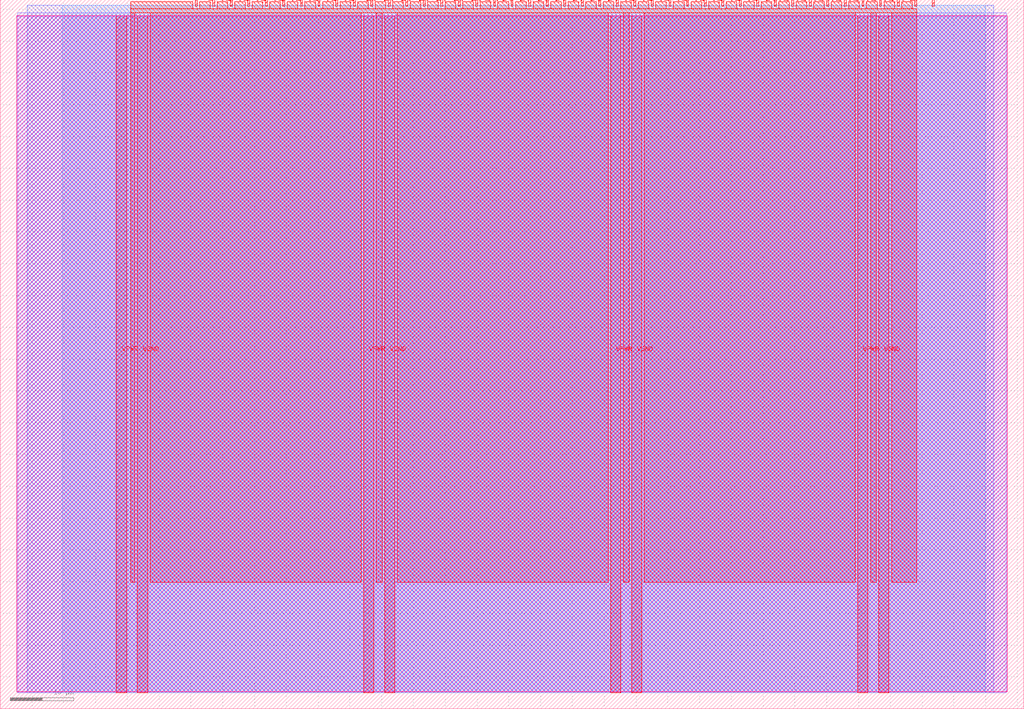
<source format=lef>
VERSION 5.7 ;
  NOWIREEXTENSIONATPIN ON ;
  DIVIDERCHAR "/" ;
  BUSBITCHARS "[]" ;
MACRO tt_um_7FM_ShadyPong
  CLASS BLOCK ;
  FOREIGN tt_um_7FM_ShadyPong ;
  ORIGIN 0.000 0.000 ;
  SIZE 161.000 BY 111.520 ;
  PIN VGND
    DIRECTION INOUT ;
    USE GROUND ;
    PORT
      LAYER met4 ;
        RECT 21.580 2.480 23.180 109.040 ;
    END
    PORT
      LAYER met4 ;
        RECT 60.450 2.480 62.050 109.040 ;
    END
    PORT
      LAYER met4 ;
        RECT 99.320 2.480 100.920 109.040 ;
    END
    PORT
      LAYER met4 ;
        RECT 138.190 2.480 139.790 109.040 ;
    END
  END VGND
  PIN VPWR
    DIRECTION INOUT ;
    USE POWER ;
    PORT
      LAYER met4 ;
        RECT 18.280 2.480 19.880 109.040 ;
    END
    PORT
      LAYER met4 ;
        RECT 57.150 2.480 58.750 109.040 ;
    END
    PORT
      LAYER met4 ;
        RECT 96.020 2.480 97.620 109.040 ;
    END
    PORT
      LAYER met4 ;
        RECT 134.890 2.480 136.490 109.040 ;
    END
  END VPWR
  PIN clk
    DIRECTION INPUT ;
    USE SIGNAL ;
    ANTENNAGATEAREA 0.852000 ;
    PORT
      LAYER met4 ;
        RECT 143.830 110.520 144.130 111.520 ;
    END
  END clk
  PIN ena
    DIRECTION INPUT ;
    USE SIGNAL ;
    PORT
      LAYER met4 ;
        RECT 146.590 110.520 146.890 111.520 ;
    END
  END ena
  PIN rst_n
    DIRECTION INPUT ;
    USE SIGNAL ;
    ANTENNAGATEAREA 0.196500 ;
    PORT
      LAYER met4 ;
        RECT 141.070 110.520 141.370 111.520 ;
    END
  END rst_n
  PIN ui_in[0]
    DIRECTION INPUT ;
    USE SIGNAL ;
    ANTENNAGATEAREA 0.196500 ;
    PORT
      LAYER met4 ;
        RECT 138.310 110.520 138.610 111.520 ;
    END
  END ui_in[0]
  PIN ui_in[1]
    DIRECTION INPUT ;
    USE SIGNAL ;
    ANTENNAGATEAREA 0.196500 ;
    PORT
      LAYER met4 ;
        RECT 135.550 110.520 135.850 111.520 ;
    END
  END ui_in[1]
  PIN ui_in[2]
    DIRECTION INPUT ;
    USE SIGNAL ;
    ANTENNAGATEAREA 0.196500 ;
    PORT
      LAYER met4 ;
        RECT 132.790 110.520 133.090 111.520 ;
    END
  END ui_in[2]
  PIN ui_in[3]
    DIRECTION INPUT ;
    USE SIGNAL ;
    ANTENNAGATEAREA 0.196500 ;
    PORT
      LAYER met4 ;
        RECT 130.030 110.520 130.330 111.520 ;
    END
  END ui_in[3]
  PIN ui_in[4]
    DIRECTION INPUT ;
    USE SIGNAL ;
    PORT
      LAYER met4 ;
        RECT 127.270 110.520 127.570 111.520 ;
    END
  END ui_in[4]
  PIN ui_in[5]
    DIRECTION INPUT ;
    USE SIGNAL ;
    PORT
      LAYER met4 ;
        RECT 124.510 110.520 124.810 111.520 ;
    END
  END ui_in[5]
  PIN ui_in[6]
    DIRECTION INPUT ;
    USE SIGNAL ;
    PORT
      LAYER met4 ;
        RECT 121.750 110.520 122.050 111.520 ;
    END
  END ui_in[6]
  PIN ui_in[7]
    DIRECTION INPUT ;
    USE SIGNAL ;
    PORT
      LAYER met4 ;
        RECT 118.990 110.520 119.290 111.520 ;
    END
  END ui_in[7]
  PIN uio_in[0]
    DIRECTION INPUT ;
    USE SIGNAL ;
    PORT
      LAYER met4 ;
        RECT 116.230 110.520 116.530 111.520 ;
    END
  END uio_in[0]
  PIN uio_in[1]
    DIRECTION INPUT ;
    USE SIGNAL ;
    PORT
      LAYER met4 ;
        RECT 113.470 110.520 113.770 111.520 ;
    END
  END uio_in[1]
  PIN uio_in[2]
    DIRECTION INPUT ;
    USE SIGNAL ;
    PORT
      LAYER met4 ;
        RECT 110.710 110.520 111.010 111.520 ;
    END
  END uio_in[2]
  PIN uio_in[3]
    DIRECTION INPUT ;
    USE SIGNAL ;
    PORT
      LAYER met4 ;
        RECT 107.950 110.520 108.250 111.520 ;
    END
  END uio_in[3]
  PIN uio_in[4]
    DIRECTION INPUT ;
    USE SIGNAL ;
    PORT
      LAYER met4 ;
        RECT 105.190 110.520 105.490 111.520 ;
    END
  END uio_in[4]
  PIN uio_in[5]
    DIRECTION INPUT ;
    USE SIGNAL ;
    PORT
      LAYER met4 ;
        RECT 102.430 110.520 102.730 111.520 ;
    END
  END uio_in[5]
  PIN uio_in[6]
    DIRECTION INPUT ;
    USE SIGNAL ;
    PORT
      LAYER met4 ;
        RECT 99.670 110.520 99.970 111.520 ;
    END
  END uio_in[6]
  PIN uio_in[7]
    DIRECTION INPUT ;
    USE SIGNAL ;
    PORT
      LAYER met4 ;
        RECT 96.910 110.520 97.210 111.520 ;
    END
  END uio_in[7]
  PIN uio_oe[0]
    DIRECTION OUTPUT ;
    USE SIGNAL ;
    PORT
      LAYER met4 ;
        RECT 49.990 110.520 50.290 111.520 ;
    END
  END uio_oe[0]
  PIN uio_oe[1]
    DIRECTION OUTPUT ;
    USE SIGNAL ;
    PORT
      LAYER met4 ;
        RECT 47.230 110.520 47.530 111.520 ;
    END
  END uio_oe[1]
  PIN uio_oe[2]
    DIRECTION OUTPUT ;
    USE SIGNAL ;
    PORT
      LAYER met4 ;
        RECT 44.470 110.520 44.770 111.520 ;
    END
  END uio_oe[2]
  PIN uio_oe[3]
    DIRECTION OUTPUT ;
    USE SIGNAL ;
    PORT
      LAYER met4 ;
        RECT 41.710 110.520 42.010 111.520 ;
    END
  END uio_oe[3]
  PIN uio_oe[4]
    DIRECTION OUTPUT ;
    USE SIGNAL ;
    PORT
      LAYER met4 ;
        RECT 38.950 110.520 39.250 111.520 ;
    END
  END uio_oe[4]
  PIN uio_oe[5]
    DIRECTION OUTPUT ;
    USE SIGNAL ;
    PORT
      LAYER met4 ;
        RECT 36.190 110.520 36.490 111.520 ;
    END
  END uio_oe[5]
  PIN uio_oe[6]
    DIRECTION OUTPUT ;
    USE SIGNAL ;
    PORT
      LAYER met4 ;
        RECT 33.430 110.520 33.730 111.520 ;
    END
  END uio_oe[6]
  PIN uio_oe[7]
    DIRECTION OUTPUT ;
    USE SIGNAL ;
    PORT
      LAYER met4 ;
        RECT 30.670 110.520 30.970 111.520 ;
    END
  END uio_oe[7]
  PIN uio_out[0]
    DIRECTION OUTPUT ;
    USE SIGNAL ;
    PORT
      LAYER met4 ;
        RECT 72.070 110.520 72.370 111.520 ;
    END
  END uio_out[0]
  PIN uio_out[1]
    DIRECTION OUTPUT ;
    USE SIGNAL ;
    PORT
      LAYER met4 ;
        RECT 69.310 110.520 69.610 111.520 ;
    END
  END uio_out[1]
  PIN uio_out[2]
    DIRECTION OUTPUT ;
    USE SIGNAL ;
    ANTENNADIFFAREA 0.445500 ;
    PORT
      LAYER met4 ;
        RECT 66.550 110.520 66.850 111.520 ;
    END
  END uio_out[2]
  PIN uio_out[3]
    DIRECTION OUTPUT ;
    USE SIGNAL ;
    ANTENNADIFFAREA 0.445500 ;
    PORT
      LAYER met4 ;
        RECT 63.790 110.520 64.090 111.520 ;
    END
  END uio_out[3]
  PIN uio_out[4]
    DIRECTION OUTPUT ;
    USE SIGNAL ;
    ANTENNADIFFAREA 0.445500 ;
    PORT
      LAYER met4 ;
        RECT 61.030 110.520 61.330 111.520 ;
    END
  END uio_out[4]
  PIN uio_out[5]
    DIRECTION OUTPUT ;
    USE SIGNAL ;
    ANTENNAGATEAREA 0.318000 ;
    ANTENNADIFFAREA 0.891000 ;
    PORT
      LAYER met4 ;
        RECT 58.270 110.520 58.570 111.520 ;
    END
  END uio_out[5]
  PIN uio_out[6]
    DIRECTION OUTPUT ;
    USE SIGNAL ;
    ANTENNAGATEAREA 0.318000 ;
    ANTENNADIFFAREA 0.891000 ;
    PORT
      LAYER met4 ;
        RECT 55.510 110.520 55.810 111.520 ;
    END
  END uio_out[6]
  PIN uio_out[7]
    DIRECTION OUTPUT ;
    USE SIGNAL ;
    ANTENNAGATEAREA 0.318000 ;
    ANTENNADIFFAREA 0.891000 ;
    PORT
      LAYER met4 ;
        RECT 52.750 110.520 53.050 111.520 ;
    END
  END uio_out[7]
  PIN uo_out[0]
    DIRECTION OUTPUT ;
    USE SIGNAL ;
    ANTENNADIFFAREA 0.445500 ;
    PORT
      LAYER met4 ;
        RECT 94.150 110.520 94.450 111.520 ;
    END
  END uo_out[0]
  PIN uo_out[1]
    DIRECTION OUTPUT ;
    USE SIGNAL ;
    ANTENNADIFFAREA 0.445500 ;
    PORT
      LAYER met4 ;
        RECT 91.390 110.520 91.690 111.520 ;
    END
  END uo_out[1]
  PIN uo_out[2]
    DIRECTION OUTPUT ;
    USE SIGNAL ;
    ANTENNADIFFAREA 0.445500 ;
    PORT
      LAYER met4 ;
        RECT 88.630 110.520 88.930 111.520 ;
    END
  END uo_out[2]
  PIN uo_out[3]
    DIRECTION OUTPUT ;
    USE SIGNAL ;
    ANTENNADIFFAREA 0.445500 ;
    PORT
      LAYER met4 ;
        RECT 85.870 110.520 86.170 111.520 ;
    END
  END uo_out[3]
  PIN uo_out[4]
    DIRECTION OUTPUT ;
    USE SIGNAL ;
    ANTENNADIFFAREA 0.891000 ;
    PORT
      LAYER met4 ;
        RECT 83.110 110.520 83.410 111.520 ;
    END
  END uo_out[4]
  PIN uo_out[5]
    DIRECTION OUTPUT ;
    USE SIGNAL ;
    ANTENNADIFFAREA 0.891000 ;
    PORT
      LAYER met4 ;
        RECT 80.350 110.520 80.650 111.520 ;
    END
  END uo_out[5]
  PIN uo_out[6]
    DIRECTION OUTPUT ;
    USE SIGNAL ;
    ANTENNADIFFAREA 0.891000 ;
    PORT
      LAYER met4 ;
        RECT 77.590 110.520 77.890 111.520 ;
    END
  END uo_out[6]
  PIN uo_out[7]
    DIRECTION OUTPUT ;
    USE SIGNAL ;
    ANTENNADIFFAREA 0.445500 ;
    PORT
      LAYER met4 ;
        RECT 74.830 110.520 75.130 111.520 ;
    END
  END uo_out[7]
  OBS
      LAYER nwell ;
        RECT 2.570 2.635 158.430 108.990 ;
      LAYER li1 ;
        RECT 2.760 2.635 158.240 108.885 ;
      LAYER met1 ;
        RECT 2.760 2.480 158.240 109.440 ;
      LAYER met2 ;
        RECT 4.240 2.535 156.300 110.685 ;
      LAYER met3 ;
        RECT 9.725 2.555 154.955 110.665 ;
      LAYER met4 ;
        RECT 20.535 110.120 30.270 111.170 ;
        RECT 31.370 110.120 33.030 111.170 ;
        RECT 34.130 110.120 35.790 111.170 ;
        RECT 36.890 110.120 38.550 111.170 ;
        RECT 39.650 110.120 41.310 111.170 ;
        RECT 42.410 110.120 44.070 111.170 ;
        RECT 45.170 110.120 46.830 111.170 ;
        RECT 47.930 110.120 49.590 111.170 ;
        RECT 50.690 110.120 52.350 111.170 ;
        RECT 53.450 110.120 55.110 111.170 ;
        RECT 56.210 110.120 57.870 111.170 ;
        RECT 58.970 110.120 60.630 111.170 ;
        RECT 61.730 110.120 63.390 111.170 ;
        RECT 64.490 110.120 66.150 111.170 ;
        RECT 67.250 110.120 68.910 111.170 ;
        RECT 70.010 110.120 71.670 111.170 ;
        RECT 72.770 110.120 74.430 111.170 ;
        RECT 75.530 110.120 77.190 111.170 ;
        RECT 78.290 110.120 79.950 111.170 ;
        RECT 81.050 110.120 82.710 111.170 ;
        RECT 83.810 110.120 85.470 111.170 ;
        RECT 86.570 110.120 88.230 111.170 ;
        RECT 89.330 110.120 90.990 111.170 ;
        RECT 92.090 110.120 93.750 111.170 ;
        RECT 94.850 110.120 96.510 111.170 ;
        RECT 97.610 110.120 99.270 111.170 ;
        RECT 100.370 110.120 102.030 111.170 ;
        RECT 103.130 110.120 104.790 111.170 ;
        RECT 105.890 110.120 107.550 111.170 ;
        RECT 108.650 110.120 110.310 111.170 ;
        RECT 111.410 110.120 113.070 111.170 ;
        RECT 114.170 110.120 115.830 111.170 ;
        RECT 116.930 110.120 118.590 111.170 ;
        RECT 119.690 110.120 121.350 111.170 ;
        RECT 122.450 110.120 124.110 111.170 ;
        RECT 125.210 110.120 126.870 111.170 ;
        RECT 127.970 110.120 129.630 111.170 ;
        RECT 130.730 110.120 132.390 111.170 ;
        RECT 133.490 110.120 135.150 111.170 ;
        RECT 136.250 110.120 137.910 111.170 ;
        RECT 139.010 110.120 140.670 111.170 ;
        RECT 141.770 110.120 143.430 111.170 ;
        RECT 20.535 109.440 144.145 110.120 ;
        RECT 20.535 19.895 21.180 109.440 ;
        RECT 23.580 19.895 56.750 109.440 ;
        RECT 59.150 19.895 60.050 109.440 ;
        RECT 62.450 19.895 95.620 109.440 ;
        RECT 98.020 19.895 98.920 109.440 ;
        RECT 101.320 19.895 134.490 109.440 ;
        RECT 136.890 19.895 137.790 109.440 ;
        RECT 140.190 19.895 144.145 109.440 ;
  END
END tt_um_7FM_ShadyPong
END LIBRARY


</source>
